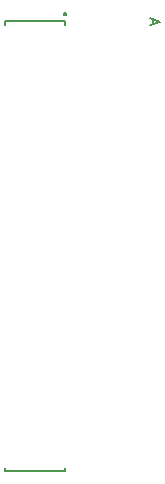
<source format=gbr>
G04 EAGLE Gerber RS-274X export*
G75*
%MOMM*%
%FSLAX34Y34*%
%LPD*%
%INSilkscreen Bottom*%
%IPPOS*%
%AMOC8*
5,1,8,0,0,1.08239X$1,22.5*%
G01*
%ADD10C,0.203200*%
%ADD11C,0.200000*%


D10*
X157480Y437515D02*
X165608Y440224D01*
X157480Y442934D01*
X159512Y442256D02*
X159512Y438192D01*
D11*
X84250Y447000D02*
X84252Y447063D01*
X84258Y447125D01*
X84268Y447187D01*
X84281Y447249D01*
X84299Y447309D01*
X84320Y447368D01*
X84345Y447426D01*
X84374Y447482D01*
X84406Y447536D01*
X84441Y447588D01*
X84479Y447637D01*
X84521Y447685D01*
X84565Y447729D01*
X84613Y447771D01*
X84662Y447809D01*
X84714Y447844D01*
X84768Y447876D01*
X84824Y447905D01*
X84882Y447930D01*
X84941Y447951D01*
X85001Y447969D01*
X85063Y447982D01*
X85125Y447992D01*
X85187Y447998D01*
X85250Y448000D01*
X85313Y447998D01*
X85375Y447992D01*
X85437Y447982D01*
X85499Y447969D01*
X85559Y447951D01*
X85618Y447930D01*
X85676Y447905D01*
X85732Y447876D01*
X85786Y447844D01*
X85838Y447809D01*
X85887Y447771D01*
X85935Y447729D01*
X85979Y447685D01*
X86021Y447637D01*
X86059Y447588D01*
X86094Y447536D01*
X86126Y447482D01*
X86155Y447426D01*
X86180Y447368D01*
X86201Y447309D01*
X86219Y447249D01*
X86232Y447187D01*
X86242Y447125D01*
X86248Y447063D01*
X86250Y447000D01*
X86248Y446937D01*
X86242Y446875D01*
X86232Y446813D01*
X86219Y446751D01*
X86201Y446691D01*
X86180Y446632D01*
X86155Y446574D01*
X86126Y446518D01*
X86094Y446464D01*
X86059Y446412D01*
X86021Y446363D01*
X85979Y446315D01*
X85935Y446271D01*
X85887Y446229D01*
X85838Y446191D01*
X85786Y446156D01*
X85732Y446124D01*
X85676Y446095D01*
X85618Y446070D01*
X85559Y446049D01*
X85499Y446031D01*
X85437Y446018D01*
X85375Y446008D01*
X85313Y446002D01*
X85250Y446000D01*
X85187Y446002D01*
X85125Y446008D01*
X85063Y446018D01*
X85001Y446031D01*
X84941Y446049D01*
X84882Y446070D01*
X84824Y446095D01*
X84768Y446124D01*
X84714Y446156D01*
X84662Y446191D01*
X84613Y446229D01*
X84565Y446271D01*
X84521Y446315D01*
X84479Y446363D01*
X84441Y446412D01*
X84406Y446464D01*
X84374Y446518D01*
X84345Y446574D01*
X84320Y446632D01*
X84299Y446691D01*
X84281Y446751D01*
X84268Y446813D01*
X84258Y446875D01*
X84252Y446937D01*
X84250Y447000D01*
X85400Y440500D02*
X34600Y440500D01*
X85400Y440500D02*
X85400Y437650D01*
X34600Y437650D02*
X34600Y440500D01*
X34600Y59500D02*
X85400Y59500D01*
X34600Y59500D02*
X34600Y62350D01*
X85400Y62350D02*
X85400Y59500D01*
M02*

</source>
